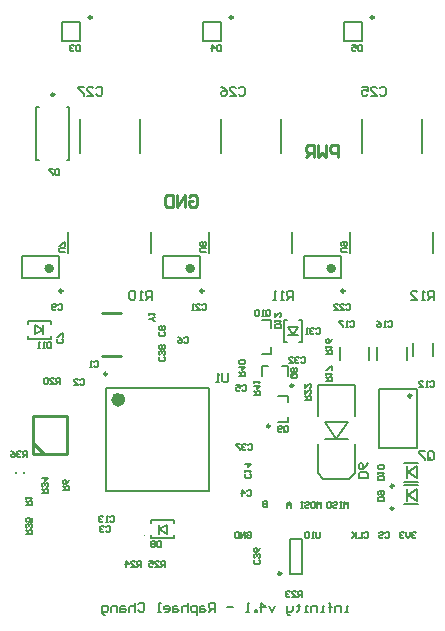
<source format=gbo>
G04 Layer_Color=32896*
%FSAX25Y25*%
%MOIN*%
G70*
G01*
G75*
%ADD39C,0.01000*%
%ADD78C,0.00787*%
%ADD79C,0.00984*%
%ADD80C,0.00800*%
%ADD82C,0.00394*%
%ADD83C,0.00500*%
%ADD140C,0.02362*%
%ADD141C,0.01575*%
D39*
X0558649Y0298250D02*
X0564749D01*
X0558649Y0312750D02*
X0564749D01*
X0535727Y0269214D02*
X0539271Y0265671D01*
X0535727Y0269214D02*
Y0270002D01*
Y0265671D02*
X0546751D01*
X0535727Y0278269D02*
X0546751D01*
Y0265671D02*
Y0278269D01*
X0535727Y0265671D02*
Y0278269D01*
X0637199Y0364500D02*
Y0368499D01*
X0635200D01*
X0634533Y0367832D01*
Y0366499D01*
X0635200Y0365833D01*
X0637199D01*
X0633200Y0368499D02*
Y0364500D01*
X0631868Y0365833D01*
X0630535Y0364500D01*
Y0368499D01*
X0629202Y0364500D02*
Y0368499D01*
X0627202D01*
X0626536Y0367832D01*
Y0366499D01*
X0627202Y0365833D01*
X0629202D01*
X0627869D02*
X0626536Y0364500D01*
X0587533Y0351332D02*
X0588200Y0351999D01*
X0589533D01*
X0590199Y0351332D01*
Y0348666D01*
X0589533Y0348000D01*
X0588200D01*
X0587533Y0348666D01*
Y0349999D01*
X0588866D01*
X0586200Y0348000D02*
Y0351999D01*
X0583535Y0348000D01*
Y0351999D01*
X0582202D02*
Y0348000D01*
X0580202D01*
X0579536Y0348666D01*
Y0351332D01*
X0580202Y0351999D01*
X0582202D01*
D78*
X0594325Y0253374D02*
Y0287626D01*
X0560073Y0253374D02*
Y0287626D01*
Y0253374D02*
X0594325D01*
X0560073Y0287626D02*
X0594325D01*
X0663498Y0267657D02*
Y0287343D01*
X0650900Y0267657D02*
Y0287343D01*
X0663498D01*
X0650900Y0267657D02*
X0663498D01*
X0625898Y0324260D02*
Y0331740D01*
X0638102Y0324260D02*
Y0331740D01*
X0625898D02*
X0638102D01*
X0625898Y0324260D02*
X0638102D01*
X0578898D02*
Y0331740D01*
X0591102Y0324260D02*
Y0331740D01*
X0578898D02*
X0591102D01*
X0578898Y0324260D02*
X0591102D01*
X0531898D02*
Y0331740D01*
X0544102Y0324260D02*
Y0331740D01*
X0531898D02*
X0544102D01*
X0531898Y0324260D02*
X0544102D01*
X0574780Y0332457D02*
Y0339543D01*
X0547221Y0332457D02*
Y0339543D01*
X0536687Y0363646D02*
Y0381362D01*
X0547711Y0363646D02*
Y0381362D01*
X0536687D02*
X0537573D01*
X0536687Y0363646D02*
X0537573D01*
X0546825Y0381362D02*
X0547711D01*
X0546825Y0363646D02*
X0547711D01*
X0625168Y0225594D02*
Y0237405D01*
X0621231Y0225594D02*
Y0237405D01*
X0625168D01*
X0621231Y0225594D02*
X0625168D01*
X0620679Y0282961D02*
Y0284831D01*
X0617136D02*
X0620679D01*
Y0276169D02*
Y0278039D01*
X0617136Y0276169D02*
X0620679D01*
X0639128Y0403350D02*
Y0409650D01*
Y0403350D02*
X0645270D01*
X0639128Y0409650D02*
X0645270D01*
Y0403350D02*
Y0409650D01*
X0571239Y0365791D02*
Y0377209D01*
X0551160Y0365791D02*
Y0377209D01*
X0637778Y0296835D02*
Y0301165D01*
X0647620Y0296835D02*
Y0301165D01*
X0669046Y0298134D02*
Y0302465D01*
X0662353Y0298134D02*
Y0302465D01*
X0668780Y0332457D02*
Y0339543D01*
X0641221Y0332457D02*
Y0339543D01*
X0594220Y0332457D02*
Y0339543D01*
X0621779Y0332457D02*
Y0339543D01*
X0665239Y0365791D02*
Y0377209D01*
X0645160Y0365791D02*
Y0377209D01*
X0618238Y0365791D02*
Y0377209D01*
X0598160Y0365791D02*
Y0377209D01*
X0545128Y0403350D02*
Y0409650D01*
Y0403350D02*
X0551270D01*
X0545128Y0409650D02*
X0551270D01*
Y0403350D02*
Y0409650D01*
X0592128Y0403350D02*
Y0409650D01*
Y0403350D02*
X0598270D01*
X0592128Y0409650D02*
X0598270D01*
Y0403350D02*
Y0409650D01*
X0611947Y0294980D02*
X0613817D01*
X0611947Y0291437D02*
Y0294980D01*
X0618738D02*
X0620608D01*
Y0291437D02*
Y0294980D01*
X0650278Y0296835D02*
Y0301165D01*
X0660120Y0296835D02*
Y0301165D01*
X0532577Y0259287D02*
Y0259681D01*
X0529821Y0259287D02*
Y0259681D01*
X0622199Y0305319D02*
X0623774Y0308075D01*
X0620624D02*
X0622199Y0305319D01*
X0620624D02*
X0623774D01*
X0620624Y0308075D02*
X0623774D01*
X0619246Y0310240D02*
X0620231D01*
X0619246Y0302760D02*
X0620231D01*
X0624168Y0310240D02*
X0625152D01*
X0624168Y0302760D02*
X0625152D01*
X0619246D02*
Y0310240D01*
X0625152Y0302760D02*
Y0310240D01*
X0533959Y0309953D02*
X0541439D01*
X0533959Y0304047D02*
X0541439D01*
Y0308968D02*
Y0309953D01*
X0533959Y0308968D02*
Y0309953D01*
X0541439Y0304047D02*
Y0305031D01*
X0533959Y0304047D02*
Y0305031D01*
X0536124Y0305425D02*
Y0308575D01*
X0538880Y0305425D02*
Y0308575D01*
X0536124Y0305425D02*
X0538880Y0307000D01*
X0536124Y0308575D02*
X0538880Y0307000D01*
X0577518Y0240500D02*
X0580274Y0238925D01*
X0577518Y0240500D02*
X0580274Y0242075D01*
X0577518Y0238925D02*
Y0242075D01*
X0580274Y0238925D02*
Y0242075D01*
X0582439Y0242469D02*
Y0243453D01*
X0574959Y0242469D02*
Y0243453D01*
X0582439Y0237547D02*
Y0238531D01*
X0574959Y0237547D02*
Y0238531D01*
Y0243453D02*
X0582439D01*
X0574959Y0237547D02*
X0582439D01*
X0659337Y0262650D02*
X0664061D01*
X0659337Y0256350D02*
X0664061D01*
X0660124Y0257531D02*
Y0261469D01*
X0660518Y0259500D02*
X0663668Y0257531D01*
X0660518Y0259500D02*
X0663668Y0261469D01*
Y0257531D02*
Y0261469D01*
Y0250031D02*
Y0253969D01*
X0660518Y0252000D02*
X0663668Y0253969D01*
X0660518Y0252000D02*
X0663668Y0250031D01*
X0660124D02*
Y0253969D01*
X0659337Y0248850D02*
X0664061D01*
X0659337Y0255150D02*
X0664061D01*
X0632762Y0270744D02*
X0640636D01*
X0636699D02*
X0640636Y0276256D01*
X0632762D02*
X0636699Y0270744D01*
X0632762Y0276256D02*
X0640636D01*
X0642802Y0259130D02*
Y0268776D01*
X0630597Y0259130D02*
Y0268776D01*
Y0278224D02*
Y0288461D01*
X0642802Y0278224D02*
Y0288461D01*
X0632368Y0257358D02*
X0641030D01*
X0630597Y0259130D02*
X0632368Y0257358D01*
X0641030D02*
X0642802Y0259130D01*
X0630597Y0288461D02*
X0642802D01*
D79*
X0560270Y0292252D02*
G03*
X0560270Y0292252I-0000492J0000000D01*
G01*
X0661691Y0285000D02*
G03*
X0661691Y0285000I-0000492J0000000D01*
G01*
X0639382Y0319929D02*
G03*
X0639382Y0319929I-0000492J0000000D01*
G01*
X0592382D02*
G03*
X0592382Y0319929I-0000492J0000000D01*
G01*
X0545382D02*
G03*
X0545382Y0319929I-0000492J0000000D01*
G01*
X0542691Y0385398D02*
G03*
X0542691Y0385398I-0000492J0000000D01*
G01*
X0618278Y0225791D02*
G03*
X0618278Y0225791I-0000492J0000000D01*
G01*
X0614538Y0274890D02*
G03*
X0614538Y0274890I-0000492J0000000D01*
G01*
X0649128Y0411067D02*
G03*
X0649128Y0411067I-0000492J0000000D01*
G01*
X0555128D02*
G03*
X0555128Y0411067I-0000492J0000000D01*
G01*
X0602128D02*
G03*
X0602128Y0411067I-0000492J0000000D01*
G01*
X0622380Y0288347D02*
G03*
X0622380Y0288347I-0000492J0000000D01*
G01*
X0655754Y0254933D02*
G03*
X0655754Y0254933I-0000492J0000000D01*
G01*
Y0247433D02*
G03*
X0655754Y0247433I-0000492J0000000D01*
G01*
D80*
X0614999Y0298988D02*
Y0301350D01*
X0611805Y0298988D02*
X0614999D01*
Y0307700D02*
Y0310100D01*
X0611805D02*
X0614999D01*
X0640699Y0213000D02*
X0639699D01*
X0640199D01*
Y0214999D01*
X0640699D01*
X0638200Y0213000D02*
Y0214999D01*
X0636700D01*
X0636201Y0214499D01*
Y0213000D01*
X0634701D02*
Y0215499D01*
Y0214499D01*
X0635201D01*
X0634201D01*
X0634701D01*
Y0215499D01*
X0634201Y0215999D01*
X0632702Y0213000D02*
X0631702D01*
X0632202D01*
Y0214999D01*
X0632702D01*
X0630202Y0213000D02*
Y0214999D01*
X0628703D01*
X0628203Y0214499D01*
Y0213000D01*
X0627204D02*
X0626204D01*
X0626704D01*
Y0214999D01*
X0627204D01*
X0624204Y0215499D02*
Y0214999D01*
X0624704D01*
X0623705D01*
X0624204D01*
Y0213500D01*
X0623705Y0213000D01*
X0622205Y0214999D02*
Y0213500D01*
X0621705Y0213000D01*
X0620206D01*
Y0212500D01*
X0620706Y0212000D01*
X0621205D01*
X0620206Y0213000D02*
Y0214999D01*
X0616207D02*
X0615207Y0213000D01*
X0614208Y0214999D01*
X0611708Y0213000D02*
Y0215999D01*
X0613208Y0214499D01*
X0611209D01*
X0610209Y0213000D02*
Y0213500D01*
X0609709D01*
Y0213000D01*
X0610209D01*
X0607710D02*
X0606710D01*
X0607210D01*
Y0215999D01*
X0607710Y0215499D01*
X0602212Y0214499D02*
X0600212D01*
X0596213Y0213000D02*
Y0215999D01*
X0594714D01*
X0594214Y0215499D01*
Y0214499D01*
X0594714Y0214000D01*
X0596213D01*
X0595214D02*
X0594214Y0213000D01*
X0592715Y0214999D02*
X0591715D01*
X0591215Y0214499D01*
Y0213000D01*
X0592715D01*
X0593215Y0213500D01*
X0592715Y0214000D01*
X0591215D01*
X0590215Y0212000D02*
Y0214999D01*
X0588716D01*
X0588216Y0214499D01*
Y0213500D01*
X0588716Y0213000D01*
X0590215D01*
X0587216Y0215999D02*
Y0213000D01*
Y0214499D01*
X0586717Y0214999D01*
X0585717D01*
X0585217Y0214499D01*
Y0213000D01*
X0583718Y0214999D02*
X0582718D01*
X0582218Y0214499D01*
Y0213000D01*
X0583718D01*
X0584217Y0213500D01*
X0583718Y0214000D01*
X0582218D01*
X0579719Y0213000D02*
X0580719D01*
X0581218Y0213500D01*
Y0214499D01*
X0580719Y0214999D01*
X0579719D01*
X0579219Y0214499D01*
Y0214000D01*
X0581218D01*
X0578219Y0213000D02*
X0577220D01*
X0577719D01*
Y0215999D01*
X0578219D01*
X0570722Y0215499D02*
X0571222Y0215999D01*
X0572221D01*
X0572721Y0215499D01*
Y0213500D01*
X0572221Y0213000D01*
X0571222D01*
X0570722Y0213500D01*
X0569722Y0215999D02*
Y0213000D01*
Y0214499D01*
X0569222Y0214999D01*
X0568223D01*
X0567723Y0214499D01*
Y0213000D01*
X0566223Y0214999D02*
X0565224D01*
X0564724Y0214499D01*
Y0213000D01*
X0566223D01*
X0566723Y0213500D01*
X0566223Y0214000D01*
X0564724D01*
X0563724Y0213000D02*
Y0214999D01*
X0562224D01*
X0561725Y0214499D01*
Y0213000D01*
X0559725Y0212000D02*
X0559226D01*
X0558726Y0212500D01*
Y0214999D01*
X0560225D01*
X0560725Y0214499D01*
Y0213500D01*
X0560225Y0213000D01*
X0558726D01*
D82*
X0624365Y0300594D02*
G03*
X0624365Y0300594I-0000197J0000000D01*
G01*
X0543801Y0308968D02*
G03*
X0543801Y0308968I-0000197J0000000D01*
G01*
X0572991Y0238531D02*
G03*
X0572991Y0238531I-0000197J0000000D01*
G01*
D83*
X0613366Y0311833D02*
Y0313166D01*
X0613699Y0313499D01*
X0614366D01*
X0614699Y0313166D01*
Y0311833D01*
X0614366Y0311500D01*
X0613699D01*
X0614033Y0312166D02*
X0613366Y0311500D01*
X0613699D02*
X0613366Y0311833D01*
X0612700Y0311500D02*
X0612033D01*
X0612366D01*
Y0313499D01*
X0612700Y0313166D01*
X0611034D02*
X0610700Y0313499D01*
X0610034D01*
X0609701Y0313166D01*
Y0311833D01*
X0610034Y0311500D01*
X0610700D01*
X0611034Y0311833D01*
Y0313166D01*
X0538699Y0252500D02*
X0540698D01*
Y0253500D01*
X0540365Y0253833D01*
X0539699D01*
X0539366Y0253500D01*
Y0252500D01*
Y0253166D02*
X0538699Y0253833D01*
X0540365Y0254499D02*
X0540698Y0254833D01*
Y0255499D01*
X0540365Y0255832D01*
X0540032D01*
X0539699Y0255499D01*
Y0255166D01*
Y0255499D01*
X0539366Y0255832D01*
X0539032D01*
X0538699Y0255499D01*
Y0254833D01*
X0539032Y0254499D01*
X0538699Y0257498D02*
X0540698D01*
X0539699Y0256499D01*
Y0257832D01*
X0544699Y0289000D02*
Y0290999D01*
X0543699D01*
X0543366Y0290666D01*
Y0290000D01*
X0543699Y0289666D01*
X0544699D01*
X0544033D02*
X0543366Y0289000D01*
X0541367D02*
X0542700D01*
X0541367Y0290333D01*
Y0290666D01*
X0541700Y0290999D01*
X0542367D01*
X0542700Y0290666D01*
X0540700D02*
X0540367Y0290999D01*
X0539701D01*
X0539367Y0290666D01*
Y0289333D01*
X0539701Y0289000D01*
X0540367D01*
X0540700Y0289333D01*
Y0290666D01*
X0545699Y0253500D02*
X0547698D01*
Y0254500D01*
X0547365Y0254833D01*
X0546699D01*
X0546366Y0254500D01*
Y0253500D01*
Y0254166D02*
X0545699Y0254833D01*
X0547698Y0256832D02*
X0547365Y0256166D01*
X0546699Y0255499D01*
X0546032D01*
X0545699Y0255833D01*
Y0256499D01*
X0546032Y0256832D01*
X0546366D01*
X0546699Y0256499D01*
Y0255499D01*
X0575199Y0317000D02*
Y0319999D01*
X0573700D01*
X0573200Y0319499D01*
Y0318499D01*
X0573700Y0318000D01*
X0575199D01*
X0574199D02*
X0573200Y0317000D01*
X0572200D02*
X0571200D01*
X0571700D01*
Y0319999D01*
X0572200Y0319499D01*
X0569701D02*
X0569201Y0319999D01*
X0568201D01*
X0567702Y0319499D01*
Y0317500D01*
X0568201Y0317000D01*
X0569201D01*
X0569701Y0317500D01*
Y0319499D01*
X0585866Y0304166D02*
X0586199Y0304499D01*
X0586866D01*
X0587199Y0304166D01*
Y0302833D01*
X0586866Y0302500D01*
X0586199D01*
X0585866Y0302833D01*
X0583867Y0304499D02*
X0584533Y0304166D01*
X0585200Y0303500D01*
Y0302833D01*
X0584867Y0302500D01*
X0584200D01*
X0583867Y0302833D01*
Y0303166D01*
X0584200Y0303500D01*
X0585200D01*
X0647198Y0257500D02*
X0644199D01*
Y0258999D01*
X0644699Y0259499D01*
X0646698D01*
X0647198Y0258999D01*
Y0257500D01*
Y0262498D02*
X0646698Y0261499D01*
X0645699Y0260499D01*
X0644699D01*
X0644199Y0260999D01*
Y0261999D01*
X0644699Y0262498D01*
X0645199D01*
X0645699Y0261999D01*
Y0260499D01*
X0578199Y0236499D02*
Y0234500D01*
X0577199D01*
X0576866Y0234833D01*
Y0236166D01*
X0577199Y0236499D01*
X0578199D01*
X0576200Y0236166D02*
X0575867Y0236499D01*
X0575200D01*
X0574867Y0236166D01*
Y0235833D01*
X0575200Y0235500D01*
X0574867Y0235166D01*
Y0234833D01*
X0575200Y0234500D01*
X0575867D01*
X0576200Y0234833D01*
Y0235166D01*
X0575867Y0235500D01*
X0576200Y0235833D01*
Y0236166D01*
X0575867Y0235500D02*
X0575200D01*
X0579365Y0297833D02*
X0579699Y0297500D01*
Y0296833D01*
X0579365Y0296500D01*
X0578032D01*
X0577699Y0296833D01*
Y0297500D01*
X0578032Y0297833D01*
X0579365Y0298499D02*
X0579699Y0298833D01*
Y0299499D01*
X0579365Y0299832D01*
X0579032D01*
X0578699Y0299499D01*
Y0299166D01*
Y0299499D01*
X0578366Y0299832D01*
X0578032D01*
X0577699Y0299499D01*
Y0298833D01*
X0578032Y0298499D01*
X0579365Y0300499D02*
X0579699Y0300832D01*
Y0301498D01*
X0579365Y0301832D01*
X0579032D01*
X0578699Y0301498D01*
X0578366Y0301832D01*
X0578032D01*
X0577699Y0301498D01*
Y0300832D01*
X0578032Y0300499D01*
X0578366D01*
X0578699Y0300832D01*
X0579032Y0300499D01*
X0579365D01*
X0578699Y0300832D02*
Y0301498D01*
X0533199Y0248500D02*
X0535198D01*
Y0249500D01*
X0534865Y0249833D01*
X0534199D01*
X0533866Y0249500D01*
Y0248500D01*
Y0249166D02*
X0533199Y0249833D01*
Y0250499D02*
Y0251166D01*
Y0250833D01*
X0535198D01*
X0534865Y0250499D01*
X0571699Y0228000D02*
Y0229999D01*
X0570699D01*
X0570366Y0229666D01*
Y0229000D01*
X0570699Y0228666D01*
X0571699D01*
X0571033D02*
X0570366Y0228000D01*
X0568367D02*
X0569700D01*
X0568367Y0229333D01*
Y0229666D01*
X0568700Y0229999D01*
X0569367D01*
X0569700Y0229666D01*
X0566701Y0228000D02*
Y0229999D01*
X0567700Y0229000D01*
X0566367D01*
X0579699Y0228000D02*
Y0229999D01*
X0578699D01*
X0578366Y0229666D01*
Y0229000D01*
X0578699Y0228666D01*
X0579699D01*
X0579033D02*
X0578366Y0228000D01*
X0576367D02*
X0577700D01*
X0576367Y0229333D01*
Y0229666D01*
X0576700Y0229999D01*
X0577366D01*
X0577700Y0229666D01*
X0574368Y0229999D02*
X0575700D01*
Y0229000D01*
X0575034Y0229333D01*
X0574701D01*
X0574368Y0229000D01*
Y0228333D01*
X0574701Y0228000D01*
X0575367D01*
X0575700Y0228333D01*
X0556700Y0387440D02*
X0557200Y0387940D01*
X0558199D01*
X0558699Y0387440D01*
Y0385441D01*
X0558199Y0384941D01*
X0557200D01*
X0556700Y0385441D01*
X0553701Y0384941D02*
X0555700D01*
X0553701Y0386940D01*
Y0387440D01*
X0554201Y0387940D01*
X0555200D01*
X0555700Y0387440D01*
X0552701Y0387940D02*
X0550702D01*
Y0387440D01*
X0552701Y0385441D01*
Y0384941D01*
X0667200Y0264000D02*
Y0265999D01*
X0667700Y0266499D01*
X0668699D01*
X0669199Y0265999D01*
Y0264000D01*
X0668699Y0263500D01*
X0667700D01*
X0668199Y0264500D02*
X0667200Y0263500D01*
X0667700D02*
X0667200Y0264000D01*
X0666200Y0266499D02*
X0664201D01*
Y0265999D01*
X0666200Y0264000D01*
Y0263500D01*
X0633199Y0290000D02*
X0635198D01*
Y0291000D01*
X0634865Y0291333D01*
X0634199D01*
X0633866Y0291000D01*
Y0290000D01*
Y0290666D02*
X0633199Y0291333D01*
Y0291999D02*
Y0292666D01*
Y0292333D01*
X0635198D01*
X0634865Y0291999D01*
X0635198Y0293666D02*
Y0294998D01*
X0634865D01*
X0633532Y0293666D01*
X0633199D01*
Y0299000D02*
X0635198D01*
Y0300000D01*
X0634865Y0300333D01*
X0634199D01*
X0633866Y0300000D01*
Y0299000D01*
Y0299666D02*
X0633199Y0300333D01*
Y0300999D02*
Y0301666D01*
Y0301333D01*
X0635198D01*
X0634865Y0300999D01*
X0635198Y0303998D02*
X0634865Y0303332D01*
X0634199Y0302665D01*
X0633532D01*
X0633199Y0302999D01*
Y0303665D01*
X0633532Y0303998D01*
X0633866D01*
X0634199Y0303665D01*
Y0302665D01*
X0641366Y0309666D02*
X0641699Y0309999D01*
X0642366D01*
X0642699Y0309666D01*
Y0308333D01*
X0642366Y0308000D01*
X0641699D01*
X0641366Y0308333D01*
X0640700Y0308000D02*
X0640033D01*
X0640367D01*
Y0309999D01*
X0640700Y0309666D01*
X0639034Y0309999D02*
X0637701D01*
Y0309666D01*
X0639034Y0308333D01*
Y0308000D01*
X0653866Y0309666D02*
X0654199Y0309999D01*
X0654866D01*
X0655199Y0309666D01*
Y0308333D01*
X0654866Y0308000D01*
X0654199D01*
X0653866Y0308333D01*
X0653200Y0308000D02*
X0652533D01*
X0652867D01*
Y0309999D01*
X0653200Y0309666D01*
X0650201Y0309999D02*
X0650867Y0309666D01*
X0651534Y0309000D01*
Y0308333D01*
X0651200Y0308000D01*
X0650534D01*
X0650201Y0308333D01*
Y0308666D01*
X0650534Y0309000D01*
X0651534D01*
X0667866Y0289665D02*
X0668199Y0289998D01*
X0668866D01*
X0669199Y0289665D01*
Y0288332D01*
X0668866Y0287998D01*
X0668199D01*
X0667866Y0288332D01*
X0667200Y0287998D02*
X0666533D01*
X0666866D01*
Y0289998D01*
X0667200Y0289665D01*
X0664201Y0287998D02*
X0665534D01*
X0664201Y0289331D01*
Y0289665D01*
X0664534Y0289998D01*
X0665200D01*
X0665534Y0289665D01*
X0629866Y0307166D02*
X0630199Y0307499D01*
X0630866D01*
X0631199Y0307166D01*
Y0305833D01*
X0630866Y0305500D01*
X0630199D01*
X0629866Y0305833D01*
X0629200Y0307166D02*
X0628866Y0307499D01*
X0628200D01*
X0627867Y0307166D01*
Y0306833D01*
X0628200Y0306500D01*
X0628533D01*
X0628200D01*
X0627867Y0306166D01*
Y0305833D01*
X0628200Y0305500D01*
X0628866D01*
X0629200Y0305833D01*
X0627200Y0305500D02*
X0626534D01*
X0626867D01*
Y0307499D01*
X0627200Y0307166D01*
X0624866Y0297666D02*
X0625199Y0297999D01*
X0625866D01*
X0626199Y0297666D01*
Y0296333D01*
X0625866Y0296000D01*
X0625199D01*
X0624866Y0296333D01*
X0624200Y0297666D02*
X0623867Y0297999D01*
X0623200D01*
X0622867Y0297666D01*
Y0297333D01*
X0623200Y0297000D01*
X0623533D01*
X0623200D01*
X0622867Y0296666D01*
Y0296333D01*
X0623200Y0296000D01*
X0623867D01*
X0624200Y0296333D01*
X0620867Y0296000D02*
X0622200D01*
X0620867Y0297333D01*
Y0297666D01*
X0621201Y0297999D01*
X0621867D01*
X0622200Y0297666D01*
X0626199Y0283500D02*
X0628198D01*
Y0284500D01*
X0627865Y0284833D01*
X0627199D01*
X0626866Y0284500D01*
Y0283500D01*
Y0284166D02*
X0626199Y0284833D01*
Y0286832D02*
Y0285499D01*
X0627532Y0286832D01*
X0627865D01*
X0628198Y0286499D01*
Y0285833D01*
X0627865Y0285499D01*
X0626199Y0288832D02*
Y0287499D01*
X0627532Y0288832D01*
X0627865D01*
X0628198Y0288498D01*
Y0287832D01*
X0627865Y0287499D01*
X0609199Y0285157D02*
X0611199D01*
Y0286157D01*
X0610865Y0286490D01*
X0610199D01*
X0609866Y0286157D01*
Y0285157D01*
Y0285824D02*
X0609199Y0286490D01*
Y0288157D02*
X0611199D01*
X0610199Y0287157D01*
Y0288490D01*
X0609199Y0289156D02*
Y0289823D01*
Y0289489D01*
X0611199D01*
X0610865Y0289156D01*
X0604199Y0291500D02*
X0606199D01*
Y0292500D01*
X0605865Y0292833D01*
X0605199D01*
X0604866Y0292500D01*
Y0291500D01*
Y0292166D02*
X0604199Y0292833D01*
Y0294499D02*
X0606199D01*
X0605199Y0293499D01*
Y0294832D01*
X0605865Y0295499D02*
X0606199Y0295832D01*
Y0296498D01*
X0605865Y0296832D01*
X0604532D01*
X0604199Y0296498D01*
Y0295832D01*
X0604532Y0295499D01*
X0605865D01*
X0619366Y0273333D02*
Y0274666D01*
X0619699Y0274999D01*
X0620366D01*
X0620699Y0274666D01*
Y0273333D01*
X0620366Y0273000D01*
X0619699D01*
X0620033Y0273666D02*
X0619366Y0273000D01*
X0619699D02*
X0619366Y0273333D01*
X0618700D02*
X0618366Y0273000D01*
X0617700D01*
X0617367Y0273333D01*
Y0274666D01*
X0617700Y0274999D01*
X0618366D01*
X0618700Y0274666D01*
Y0274333D01*
X0618366Y0274000D01*
X0617367D01*
X0622032Y0292333D02*
X0623365D01*
X0623699Y0292000D01*
Y0291333D01*
X0623365Y0291000D01*
X0622032D01*
X0621699Y0291333D01*
Y0292000D01*
X0622366Y0291666D02*
X0621699Y0292333D01*
Y0292000D02*
X0622032Y0292333D01*
X0623365Y0292999D02*
X0623699Y0293333D01*
Y0293999D01*
X0623365Y0294332D01*
X0623032D01*
X0622699Y0293999D01*
X0622366Y0294332D01*
X0622032D01*
X0621699Y0293999D01*
Y0293333D01*
X0622032Y0292999D01*
X0622366D01*
X0622699Y0293333D01*
X0623032Y0292999D01*
X0623365D01*
X0622699Y0293333D02*
Y0293999D01*
X0607366Y0268666D02*
X0607699Y0268999D01*
X0608366D01*
X0608699Y0268666D01*
Y0267333D01*
X0608366Y0267000D01*
X0607699D01*
X0607366Y0267333D01*
X0606700Y0268666D02*
X0606366Y0268999D01*
X0605700D01*
X0605367Y0268666D01*
Y0268333D01*
X0605700Y0268000D01*
X0606033D01*
X0605700D01*
X0605367Y0267666D01*
Y0267333D01*
X0605700Y0267000D01*
X0606366D01*
X0606700Y0267333D01*
X0604700Y0268999D02*
X0603368D01*
Y0268666D01*
X0604700Y0267333D01*
Y0267000D01*
X0544199Y0360499D02*
Y0358500D01*
X0543199D01*
X0542866Y0358833D01*
Y0360166D01*
X0543199Y0360499D01*
X0544199D01*
X0542200D02*
X0540867D01*
Y0360166D01*
X0542200Y0358833D01*
Y0358500D01*
X0645199Y0401999D02*
Y0400000D01*
X0644199D01*
X0643866Y0400333D01*
Y0401666D01*
X0644199Y0401999D01*
X0645199D01*
X0641867D02*
X0643200D01*
Y0401000D01*
X0642533Y0401333D01*
X0642200D01*
X0641867Y0401000D01*
Y0400333D01*
X0642200Y0400000D01*
X0642867D01*
X0643200Y0400333D01*
X0598199Y0401999D02*
Y0400000D01*
X0597199D01*
X0596866Y0400333D01*
Y0401666D01*
X0597199Y0401999D01*
X0598199D01*
X0595200Y0400000D02*
Y0401999D01*
X0596200Y0401000D01*
X0594867D01*
X0551199Y0401999D02*
Y0400000D01*
X0550199D01*
X0549866Y0400333D01*
Y0401666D01*
X0550199Y0401999D01*
X0551199D01*
X0549200Y0401666D02*
X0548867Y0401999D01*
X0548200D01*
X0547867Y0401666D01*
Y0401333D01*
X0548200Y0401000D01*
X0548533D01*
X0548200D01*
X0547867Y0400666D01*
Y0400333D01*
X0548200Y0400000D01*
X0548867D01*
X0549200Y0400333D01*
X0610865Y0230333D02*
X0611199Y0230000D01*
Y0229333D01*
X0610865Y0229000D01*
X0609532D01*
X0609199Y0229333D01*
Y0230000D01*
X0609532Y0230333D01*
X0610865Y0230999D02*
X0611199Y0231333D01*
Y0231999D01*
X0610865Y0232332D01*
X0610532D01*
X0610199Y0231999D01*
Y0231666D01*
Y0231999D01*
X0609866Y0232332D01*
X0609532D01*
X0609199Y0231999D01*
Y0231333D01*
X0609532Y0230999D01*
X0611199Y0234332D02*
X0610865Y0233665D01*
X0610199Y0232999D01*
X0609532D01*
X0609199Y0233332D01*
Y0233998D01*
X0609532Y0234332D01*
X0609866D01*
X0610199Y0233998D01*
Y0232999D01*
X0593198Y0333000D02*
X0591532D01*
X0591199Y0333333D01*
Y0334000D01*
X0591532Y0334333D01*
X0593198D01*
X0592865Y0334999D02*
X0593198Y0335333D01*
Y0335999D01*
X0592865Y0336332D01*
X0592532D01*
X0592199Y0335999D01*
X0591866Y0336332D01*
X0591532D01*
X0591199Y0335999D01*
Y0335333D01*
X0591532Y0334999D01*
X0591866D01*
X0592199Y0335333D01*
X0592532Y0334999D01*
X0592865D01*
X0592199Y0335333D02*
Y0335999D01*
X0546199Y0333000D02*
X0544532D01*
X0544199Y0333333D01*
Y0334000D01*
X0544532Y0334333D01*
X0546199D01*
Y0334999D02*
Y0336332D01*
X0545865D01*
X0544532Y0334999D01*
X0544199D01*
X0604200Y0387499D02*
X0604700Y0387999D01*
X0605699D01*
X0606199Y0387499D01*
Y0385500D01*
X0605699Y0385000D01*
X0604700D01*
X0604200Y0385500D01*
X0601201Y0385000D02*
X0603200D01*
X0601201Y0386999D01*
Y0387499D01*
X0601701Y0387999D01*
X0602700D01*
X0603200Y0387499D01*
X0598202Y0387999D02*
X0599201Y0387499D01*
X0600201Y0386500D01*
Y0385500D01*
X0599701Y0385000D01*
X0598701D01*
X0598202Y0385500D01*
Y0386000D01*
X0598701Y0386500D01*
X0600201D01*
X0651200Y0387499D02*
X0651700Y0387999D01*
X0652699D01*
X0653199Y0387499D01*
Y0385500D01*
X0652699Y0385000D01*
X0651700D01*
X0651200Y0385500D01*
X0648201Y0385000D02*
X0650200D01*
X0648201Y0386999D01*
Y0387499D01*
X0648701Y0387999D01*
X0649700D01*
X0650200Y0387499D01*
X0645202Y0387999D02*
X0647201D01*
Y0386500D01*
X0646201Y0386999D01*
X0645702D01*
X0645202Y0386500D01*
Y0385500D01*
X0645702Y0385000D01*
X0646701D01*
X0647201Y0385500D01*
X0605366Y0288166D02*
X0605699Y0288499D01*
X0606366D01*
X0606699Y0288166D01*
Y0286833D01*
X0606366Y0286500D01*
X0605699D01*
X0605366Y0286833D01*
X0603367Y0288499D02*
X0604700D01*
Y0287500D01*
X0604033Y0287833D01*
X0603700D01*
X0603367Y0287500D01*
Y0286833D01*
X0603700Y0286500D01*
X0604366D01*
X0604700Y0286833D01*
X0606866Y0253166D02*
X0607199Y0253499D01*
X0607866D01*
X0608199Y0253166D01*
Y0251833D01*
X0607866Y0251500D01*
X0607199D01*
X0606866Y0251833D01*
X0605200Y0251500D02*
Y0253499D01*
X0606200Y0252500D01*
X0604867D01*
X0559866Y0241166D02*
X0560199Y0241499D01*
X0560866D01*
X0561199Y0241166D01*
Y0239833D01*
X0560866Y0239500D01*
X0560199D01*
X0559866Y0239833D01*
X0559200Y0241166D02*
X0558867Y0241499D01*
X0558200D01*
X0557867Y0241166D01*
Y0240833D01*
X0558200Y0240500D01*
X0558533D01*
X0558200D01*
X0557867Y0240166D01*
Y0239833D01*
X0558200Y0239500D01*
X0558867D01*
X0559200Y0239833D01*
X0551366Y0290166D02*
X0551699Y0290499D01*
X0552366D01*
X0552699Y0290166D01*
Y0288833D01*
X0552366Y0288500D01*
X0551699D01*
X0551366Y0288833D01*
X0549367Y0288500D02*
X0550700D01*
X0549367Y0289833D01*
Y0290166D01*
X0549700Y0290499D01*
X0550366D01*
X0550700Y0290166D01*
X0555791Y0296166D02*
X0556125Y0296499D01*
X0556791D01*
X0557124Y0296166D01*
Y0294833D01*
X0556791Y0294500D01*
X0556125D01*
X0555791Y0294833D01*
X0555125Y0294500D02*
X0554459D01*
X0554792D01*
Y0296499D01*
X0555125Y0296166D01*
X0579365Y0306333D02*
X0579699Y0306000D01*
Y0305333D01*
X0579365Y0305000D01*
X0578032D01*
X0577699Y0305333D01*
Y0306000D01*
X0578032Y0306333D01*
X0579365Y0306999D02*
X0579699Y0307333D01*
Y0307999D01*
X0579365Y0308332D01*
X0579032D01*
X0578699Y0307999D01*
X0578366Y0308332D01*
X0578032D01*
X0577699Y0307999D01*
Y0307333D01*
X0578032Y0306999D01*
X0578366D01*
X0578699Y0307333D01*
X0579032Y0306999D01*
X0579365D01*
X0578699Y0307333D02*
Y0307999D01*
X0545365Y0303833D02*
X0545698Y0303500D01*
Y0302833D01*
X0545365Y0302500D01*
X0544032D01*
X0543699Y0302833D01*
Y0303500D01*
X0544032Y0303833D01*
X0545698Y0304499D02*
Y0305832D01*
X0545365D01*
X0544032Y0304499D01*
X0543699D01*
X0544065Y0315166D02*
X0544399Y0315499D01*
X0545065D01*
X0545398Y0315166D01*
Y0313833D01*
X0545065Y0313500D01*
X0544399D01*
X0544065Y0313833D01*
X0543399D02*
X0543066Y0313500D01*
X0542399D01*
X0542066Y0313833D01*
Y0315166D01*
X0542399Y0315499D01*
X0543066D01*
X0543399Y0315166D01*
Y0314833D01*
X0543066Y0314500D01*
X0542066D01*
X0622199Y0317000D02*
Y0319999D01*
X0620700D01*
X0620200Y0319499D01*
Y0318499D01*
X0620700Y0318000D01*
X0622199D01*
X0621199D02*
X0620200Y0317000D01*
X0619200D02*
X0618200D01*
X0618700D01*
Y0319999D01*
X0619200Y0319499D01*
X0616701Y0317000D02*
X0615701D01*
X0616201D01*
Y0319999D01*
X0616701Y0319499D01*
X0669199Y0317000D02*
Y0319999D01*
X0667700D01*
X0667200Y0319499D01*
Y0318499D01*
X0667700Y0318000D01*
X0669199D01*
X0668199D02*
X0667200Y0317000D01*
X0666200D02*
X0665200D01*
X0665700D01*
Y0319999D01*
X0666200Y0319499D01*
X0661702Y0317000D02*
X0663701D01*
X0661702Y0318999D01*
Y0319499D01*
X0662201Y0319999D01*
X0663201D01*
X0663701Y0319499D01*
X0561366Y0244666D02*
X0561699Y0244999D01*
X0562366D01*
X0562699Y0244666D01*
Y0243333D01*
X0562366Y0243000D01*
X0561699D01*
X0561366Y0243333D01*
X0560700Y0243000D02*
X0560033D01*
X0560366D01*
Y0244999D01*
X0560700Y0244666D01*
X0559034D02*
X0558700Y0244999D01*
X0558034D01*
X0557701Y0244666D01*
Y0244333D01*
X0558034Y0244000D01*
X0558367D01*
X0558034D01*
X0557701Y0243666D01*
Y0243333D01*
X0558034Y0243000D01*
X0558700D01*
X0559034Y0243333D01*
X0607865Y0258833D02*
X0608198Y0258500D01*
Y0257833D01*
X0607865Y0257500D01*
X0606532D01*
X0606199Y0257833D01*
Y0258500D01*
X0606532Y0258833D01*
X0606199Y0259499D02*
Y0260166D01*
Y0259833D01*
X0608198D01*
X0607865Y0259499D01*
X0606199Y0262165D02*
X0608198D01*
X0607199Y0261165D01*
Y0262498D01*
X0592065Y0315166D02*
X0592399Y0315499D01*
X0593065D01*
X0593398Y0315166D01*
Y0313833D01*
X0593065Y0313500D01*
X0592399D01*
X0592065Y0313833D01*
X0590066Y0313500D02*
X0591399D01*
X0590066Y0314833D01*
Y0315166D01*
X0590399Y0315499D01*
X0591066D01*
X0591399Y0315166D01*
X0589399Y0313500D02*
X0588733D01*
X0589066D01*
Y0315499D01*
X0589399Y0315166D01*
X0640065D02*
X0640399Y0315499D01*
X0641065D01*
X0641398Y0315166D01*
Y0313833D01*
X0641065Y0313500D01*
X0640399D01*
X0640065Y0313833D01*
X0638066Y0313500D02*
X0639399D01*
X0638066Y0314833D01*
Y0315166D01*
X0638399Y0315499D01*
X0639066D01*
X0639399Y0315166D01*
X0636067Y0313500D02*
X0637399D01*
X0636067Y0314833D01*
Y0315166D01*
X0636400Y0315499D01*
X0637066D01*
X0637399Y0315166D01*
X0640199Y0333000D02*
X0638532D01*
X0638199Y0333333D01*
Y0334000D01*
X0638532Y0334333D01*
X0640199D01*
X0638532Y0334999D02*
X0638199Y0335333D01*
Y0335999D01*
X0638532Y0336332D01*
X0639865D01*
X0640199Y0335999D01*
Y0335333D01*
X0639865Y0334999D01*
X0639532D01*
X0639199Y0335333D01*
Y0336332D01*
X0631199Y0239499D02*
Y0237833D01*
X0630866Y0237500D01*
X0630199D01*
X0629866Y0237833D01*
Y0239499D01*
X0629200Y0237500D02*
X0628533D01*
X0628866D01*
Y0239499D01*
X0629200Y0239166D01*
X0627534D02*
X0627200Y0239499D01*
X0626534D01*
X0626201Y0239166D01*
Y0237833D01*
X0626534Y0237500D01*
X0627200D01*
X0627534Y0237833D01*
Y0239166D01*
X0576198Y0310000D02*
X0575865D01*
X0575199Y0310666D01*
X0575865Y0311333D01*
X0576198D01*
X0575199Y0310666D02*
X0574199D01*
Y0311999D02*
Y0312666D01*
Y0312333D01*
X0576198D01*
X0575865Y0311999D01*
X0625199Y0218000D02*
Y0219999D01*
X0624199D01*
X0623866Y0219666D01*
Y0219000D01*
X0624199Y0218666D01*
X0625199D01*
X0624533D02*
X0623866Y0218000D01*
X0621867D02*
X0623200D01*
X0621867Y0219333D01*
Y0219666D01*
X0622200Y0219999D01*
X0622866D01*
X0623200Y0219666D01*
X0621200D02*
X0620867Y0219999D01*
X0620201D01*
X0619868Y0219666D01*
Y0219333D01*
X0620201Y0219000D01*
X0620534D01*
X0620201D01*
X0619868Y0218666D01*
Y0218333D01*
X0620201Y0218000D01*
X0620867D01*
X0621200Y0218333D01*
X0600699Y0292499D02*
Y0290000D01*
X0600199Y0289500D01*
X0599200D01*
X0598700Y0290000D01*
Y0292499D01*
X0597700Y0289500D02*
X0596700D01*
X0597200D01*
Y0292499D01*
X0597700Y0291999D01*
X0652699Y0250000D02*
X0650699D01*
Y0251000D01*
X0651032Y0251333D01*
X0652365D01*
X0652699Y0251000D01*
Y0250000D01*
X0651032Y0251999D02*
X0650699Y0252333D01*
Y0252999D01*
X0651032Y0253332D01*
X0652365D01*
X0652699Y0252999D01*
Y0252333D01*
X0652365Y0251999D01*
X0652032D01*
X0651699Y0252333D01*
Y0253332D01*
X0652699Y0257000D02*
X0650699D01*
Y0258000D01*
X0651032Y0258333D01*
X0652365D01*
X0652699Y0258000D01*
Y0257000D01*
X0650699Y0258999D02*
Y0259666D01*
Y0259333D01*
X0652699D01*
X0652365Y0258999D01*
Y0260665D02*
X0652699Y0260999D01*
Y0261665D01*
X0652365Y0261998D01*
X0651032D01*
X0650699Y0261665D01*
Y0260999D01*
X0651032Y0260665D01*
X0652365D01*
X0541699Y0302999D02*
Y0301000D01*
X0540699D01*
X0540366Y0301333D01*
Y0302666D01*
X0540699Y0302999D01*
X0541699D01*
X0539700Y0301000D02*
X0539033D01*
X0539366D01*
Y0302999D01*
X0539700Y0302666D01*
X0538034Y0301000D02*
X0537367D01*
X0537700D01*
Y0302999D01*
X0538034Y0302666D01*
X0618198Y0307500D02*
X0616199D01*
Y0308500D01*
X0616532Y0308833D01*
X0617865D01*
X0618198Y0308500D01*
Y0307500D01*
X0616199Y0309499D02*
Y0310166D01*
Y0309833D01*
X0618198D01*
X0617865Y0309499D01*
X0616199Y0312498D02*
Y0311165D01*
X0617532Y0312498D01*
X0617865D01*
X0618198Y0312165D01*
Y0311499D01*
X0617865Y0311165D01*
X0533199Y0239000D02*
X0535198D01*
Y0240000D01*
X0534865Y0240333D01*
X0534199D01*
X0533866Y0240000D01*
Y0239000D01*
Y0239666D02*
X0533199Y0240333D01*
X0534865Y0240999D02*
X0535198Y0241333D01*
Y0241999D01*
X0534865Y0242332D01*
X0534532D01*
X0534199Y0241999D01*
Y0241666D01*
Y0241999D01*
X0533866Y0242332D01*
X0533532D01*
X0533199Y0241999D01*
Y0241333D01*
X0533532Y0240999D01*
X0535198Y0244332D02*
Y0242999D01*
X0534199D01*
X0534532Y0243665D01*
Y0243998D01*
X0534199Y0244332D01*
X0533532D01*
X0533199Y0243998D01*
Y0243332D01*
X0533532Y0242999D01*
X0533699Y0264484D02*
Y0266484D01*
X0532699D01*
X0532366Y0266150D01*
Y0265484D01*
X0532699Y0265151D01*
X0533699D01*
X0533033D02*
X0532366Y0264484D01*
X0531700Y0266150D02*
X0531366Y0266484D01*
X0530700D01*
X0530367Y0266150D01*
Y0265817D01*
X0530700Y0265484D01*
X0531033D01*
X0530700D01*
X0530367Y0265151D01*
Y0264818D01*
X0530700Y0264484D01*
X0531366D01*
X0531700Y0264818D01*
X0528368Y0266484D02*
X0529034Y0266150D01*
X0529700Y0265484D01*
Y0264818D01*
X0529367Y0264484D01*
X0528701D01*
X0528368Y0264818D01*
Y0265151D01*
X0528701Y0265484D01*
X0529700D01*
X0663199Y0239166D02*
X0662866Y0239499D01*
X0662199D01*
X0661866Y0239166D01*
Y0238833D01*
X0662199Y0238500D01*
X0662533D01*
X0662199D01*
X0661866Y0238166D01*
Y0237833D01*
X0662199Y0237500D01*
X0662866D01*
X0663199Y0237833D01*
X0661200Y0239499D02*
Y0238166D01*
X0660533Y0237500D01*
X0659867Y0238166D01*
Y0239499D01*
X0659200Y0239166D02*
X0658867Y0239499D01*
X0658201D01*
X0657867Y0239166D01*
Y0238833D01*
X0658201Y0238500D01*
X0658534D01*
X0658201D01*
X0657867Y0238166D01*
Y0237833D01*
X0658201Y0237500D01*
X0658867D01*
X0659200Y0237833D01*
X0652866Y0239166D02*
X0653199Y0239499D01*
X0653866D01*
X0654199Y0239166D01*
Y0237833D01*
X0653866Y0237500D01*
X0653199D01*
X0652866Y0237833D01*
X0650867Y0239166D02*
X0651200Y0239499D01*
X0651866D01*
X0652200Y0239166D01*
Y0238833D01*
X0651866Y0238500D01*
X0651200D01*
X0650867Y0238166D01*
Y0237833D01*
X0651200Y0237500D01*
X0651866D01*
X0652200Y0237833D01*
X0645866Y0239166D02*
X0646199Y0239499D01*
X0646866D01*
X0647199Y0239166D01*
Y0237833D01*
X0646866Y0237500D01*
X0646199D01*
X0645866Y0237833D01*
X0645200Y0239499D02*
Y0237500D01*
X0643867D01*
X0643200Y0239499D02*
Y0237500D01*
Y0238166D01*
X0641867Y0239499D01*
X0642867Y0238500D01*
X0641867Y0237500D01*
X0640699Y0247500D02*
Y0249499D01*
X0640033Y0248833D01*
X0639366Y0249499D01*
Y0247500D01*
X0638700Y0249499D02*
X0638033D01*
X0638367D01*
Y0247500D01*
X0638700D01*
X0638033D01*
X0635701Y0249166D02*
X0636034Y0249499D01*
X0636700D01*
X0637034Y0249166D01*
Y0248833D01*
X0636700Y0248500D01*
X0636034D01*
X0635701Y0248166D01*
Y0247833D01*
X0636034Y0247500D01*
X0636700D01*
X0637034Y0247833D01*
X0634035Y0249499D02*
X0634701D01*
X0635034Y0249166D01*
Y0247833D01*
X0634701Y0247500D01*
X0634035D01*
X0633701Y0247833D01*
Y0249166D01*
X0634035Y0249499D01*
X0631699Y0247500D02*
Y0249499D01*
X0631033Y0248833D01*
X0630366Y0249499D01*
Y0247500D01*
X0628700Y0249499D02*
X0629366D01*
X0629700Y0249166D01*
Y0247833D01*
X0629366Y0247500D01*
X0628700D01*
X0628367Y0247833D01*
Y0249166D01*
X0628700Y0249499D01*
X0626368Y0249166D02*
X0626701Y0249499D01*
X0627367D01*
X0627700Y0249166D01*
Y0248833D01*
X0627367Y0248500D01*
X0626701D01*
X0626368Y0248166D01*
Y0247833D01*
X0626701Y0247500D01*
X0627367D01*
X0627700Y0247833D01*
X0625701Y0249499D02*
X0625035D01*
X0625368D01*
Y0247500D01*
X0625701D01*
X0625035D01*
X0621699D02*
Y0248833D01*
X0621033Y0249499D01*
X0620366Y0248833D01*
Y0247500D01*
Y0248500D01*
X0621699D01*
X0613699Y0249999D02*
Y0248000D01*
X0612699D01*
X0612366Y0248333D01*
Y0248666D01*
X0612699Y0249000D01*
X0613699D01*
X0612699D01*
X0612366Y0249333D01*
Y0249666D01*
X0612699Y0249999D01*
X0613699D01*
X0606866Y0239166D02*
X0607199Y0239499D01*
X0607866D01*
X0608199Y0239166D01*
Y0237833D01*
X0607866Y0237500D01*
X0607199D01*
X0606866Y0237833D01*
Y0238500D01*
X0607533D01*
X0606200Y0237500D02*
Y0239499D01*
X0604867Y0237500D01*
Y0239499D01*
X0604200D02*
Y0237500D01*
X0603201D01*
X0602868Y0237833D01*
Y0239166D01*
X0603201Y0239499D01*
X0604200D01*
D140*
X0565191Y0283689D02*
G03*
X0565191Y0283689I-0001181J0000000D01*
G01*
D141*
X0635740Y0327410D02*
G03*
X0635740Y0327410I-0000787J0000000D01*
G01*
X0588740D02*
G03*
X0588740Y0327410I-0000787J0000000D01*
G01*
X0541740D02*
G03*
X0541740Y0327410I-0000787J0000000D01*
G01*
M02*

</source>
